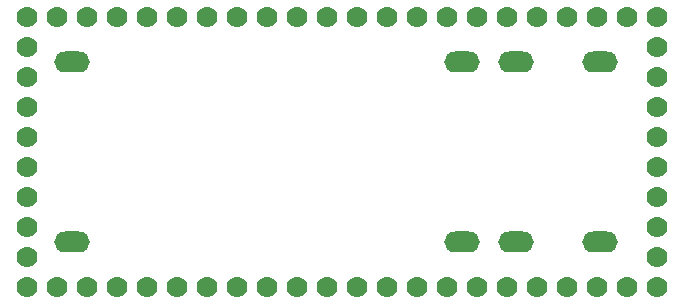
<source format=gbl>
G04 #@! TF.FileFunction,Copper,L2,Bot,Signal*
%FSLAX46Y46*%
G04 Gerber Fmt 4.6, Leading zero omitted, Abs format (unit mm)*
G04 Created by KiCad (PCBNEW 4.0.5) date Wednesday, March 29, 2017 'PMt' 11:44:16 PM*
%MOMM*%
%LPD*%
G01*
G04 APERTURE LIST*
%ADD10C,0.100000*%
%ADD11C,1.778000*%
%ADD12O,3.000000X1.778000*%
G04 APERTURE END LIST*
D10*
D11*
X121988580Y-112610900D03*
X121988580Y-110070900D03*
X121988580Y-107530900D03*
X121988580Y-104990900D03*
X121988580Y-102450900D03*
X121988580Y-99910900D03*
X121988580Y-97370900D03*
X121988580Y-94830900D03*
X121988580Y-92290900D03*
X121988580Y-89750900D03*
D12*
X170502580Y-93560900D03*
X163390580Y-108800900D03*
D11*
X175328580Y-112610900D03*
X175328580Y-110070900D03*
X175328580Y-107530900D03*
X175328580Y-104990900D03*
X175328580Y-102450900D03*
X175328580Y-99910900D03*
X175328580Y-97370900D03*
X175328580Y-94830900D03*
X175328580Y-92290900D03*
X175328580Y-89750900D03*
X124528580Y-112610900D03*
X127068580Y-112610900D03*
X129608580Y-112610900D03*
X132148580Y-112610900D03*
X134688580Y-112610900D03*
X137228580Y-112610900D03*
X139768580Y-112610900D03*
X142308580Y-112610900D03*
X144848580Y-112610900D03*
X147388580Y-112610900D03*
X149928580Y-112610900D03*
X152468580Y-112610900D03*
X155008580Y-112610900D03*
X157548580Y-112610900D03*
X160088580Y-112610900D03*
X162628580Y-112610900D03*
X165168580Y-112610900D03*
X167708580Y-112610900D03*
X170248580Y-112610900D03*
X172788580Y-112610900D03*
D12*
X158818580Y-93560900D03*
X158818580Y-108800900D03*
X125798580Y-93560900D03*
X125798580Y-108800900D03*
X163390580Y-93560900D03*
D11*
X124536100Y-89758600D03*
X127076100Y-89758600D03*
X129616100Y-89758600D03*
X132156100Y-89758600D03*
X134696100Y-89758600D03*
X137236100Y-89758600D03*
X139776100Y-89758600D03*
X142316100Y-89758600D03*
X144856100Y-89758600D03*
X147396100Y-89758600D03*
X149936100Y-89758600D03*
X152476100Y-89758600D03*
X155016100Y-89758600D03*
X157556100Y-89758600D03*
X160096100Y-89758600D03*
X162636100Y-89758600D03*
X165176100Y-89758600D03*
X167716100Y-89758600D03*
X170256100Y-89758600D03*
X172796100Y-89758600D03*
D12*
X170502580Y-108800900D03*
M02*

</source>
